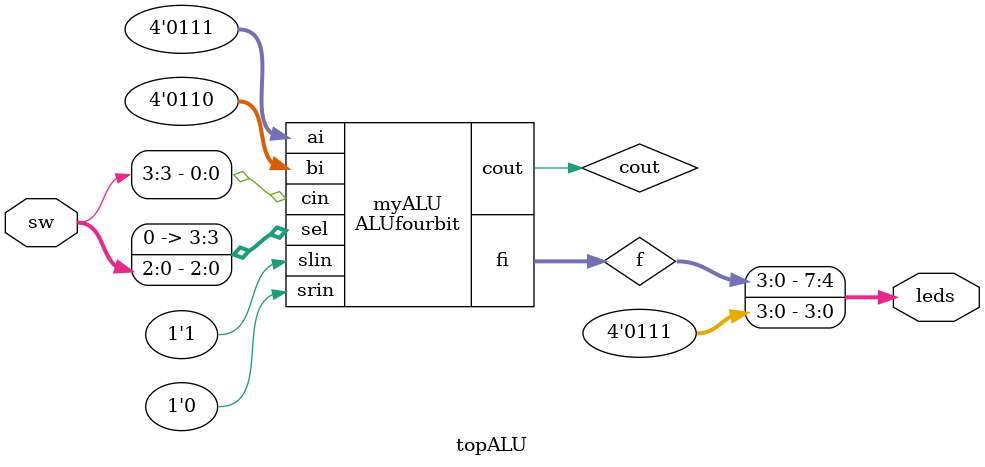
<source format=v>
module fulladder(f,cout,a,b,cin);
input a,b,cin;
output f,cout;
assign {cout,f} = a+b+cin;
endmodule

module mux4x1(y,sel,i0,i1,i2,i3);
input i0,i1,i2,i3;
input [1:0] sel;
output reg y;

always @ (i0,i1,i2,i3,sel)
case (sel)
2'b00: y = i0;
2'b01: y = i1;
2'b10: y = i2;
2'b11: y = i3;
default: y = 0;
endcase

endmodule

module arithmeticCircuitOnebit(A,B,F,select,Cin,Cout);
input [1:0] select;
input A, B, Cin;
output Cout, F;
wire muxOut;

mux4x1 MUX(muxOut,select,B,~B,0,1);
fulladder FA(F,Cout,A,muxOut,Cin);

endmodule 

module logicCircutOnebit(ai, bi, select, ei);
input ai, bi;
input [1:0] select;
output ei;

mux4x1 MUX(ei,select,(ai & bi),(ai|bi),(ai^bi),(~ai));

endmodule 

module ALUonebit(fi,cout, ai, bi, sel, cin, shr, shl);
input ai, bi, cin, shr, shl;
input [3:0] sel;
output fi, cout; 
wire di, ei;

arithmeticCircuitOnebit AC (ai,bi,di,sel[1:0],cin,cout);

logicCircutOnebit LC (ai, bi, sel[1:0], ei);

mux4x1 MUX (fi,sel[3:2],di,ei,shr,shl);

endmodule



module ALUfourbit(fi,cout, ai, bi, sel, cin, srin, slin);
input [3:0] ai,bi, sel;
input cin, srin, slin;
output [3:0] fi;
output cout;
wire x, z, w;

ALUonebit ALU1(fi[0],x, ai[0], bi[0], sel, cin, ai[1], slin);
ALUonebit ALU2(fi[1],w, ai[1], bi[1], sel, x, ai[2], ai[0]);
ALUonebit ALU3(fi[2],z, ai[2], bi[2], sel, w, ai[3], ai[1]);
ALUonebit ALU4(fi[3],cout, ai[3], bi[3], sel, z, srin, ai[2]);

endmodule

module topALU(leds,sw);
input [3:0]sw;
output [7:0] leds;
wire cout;
wire [3:0] f;
assign leds = {f,4'b0111};
ALUfourbit myALU (f, cout, 4'b0111, 4'b0110, {1'b0,sw[2:0]}, sw[3], 0, 1);

endmodule 
</source>
